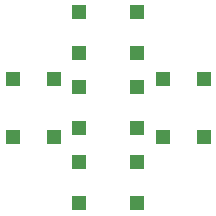
<source format=gtp>
%FSLAX25Y25*%
%MOIN*%
G70*
G01*
G75*
G04 Layer_Color=8421504*
%ADD10R,0.05906X0.05906*%
%ADD11R,0.05906X0.05906*%
%ADD12C,0.02500*%
%ADD13C,0.16500*%
%ADD14C,0.04000*%
%ADD15R,0.17716X0.12205*%
%ADD16R,0.05000X0.08000*%
%ADD17C,0.01000*%
%ADD18R,0.04906X0.04906*%
%ADD19R,0.04906X0.04906*%
D18*
X547146Y530610D02*
D03*
X527854Y544390D02*
D03*
X527854Y530610D02*
D03*
X547146Y519390D02*
D03*
Y505610D02*
D03*
X527854Y519390D02*
D03*
Y505610D02*
D03*
X547146Y544390D02*
D03*
X527854Y555610D02*
D03*
Y569390D02*
D03*
X547146Y555610D02*
D03*
Y569390D02*
D03*
D19*
X519390Y527854D02*
D03*
X505610D02*
D03*
X519390Y547146D02*
D03*
X505610D02*
D03*
X555610Y547146D02*
D03*
X569390D02*
D03*
X555610Y527854D02*
D03*
X569390D02*
D03*
M02*

</source>
